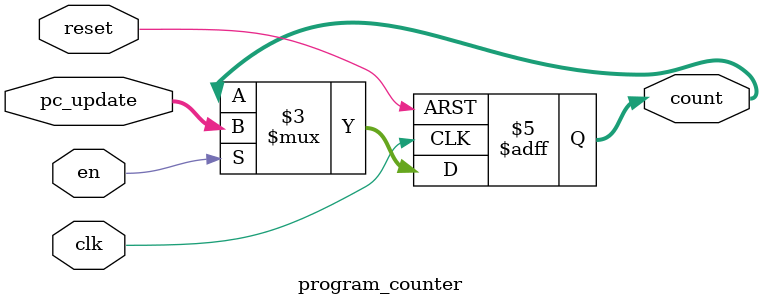
<source format=v>
module program_counter(
input clk,
input reset,
input en,
input [31:0] pc_update,
output reg [31:0] count
);


//PC register
always@(posedge clk, negedge reset)
if (!reset) //active low reset
  count <= 0;
else if (en)
  count <= pc_update;


endmodule

////Test bench
//module tb_counter;
//// Variables Declaration
//reg clk;
//reg reset;
//wire [31:0] count;
//
//// DUT instantiation
//program_counter counter_inst(
//.clk(clk),
//.reset(reset),
//.count(count)
//);
////---------------------------------------------------
//
//// Clock Generation
//initial
//begin
//
//clk = 0;
//forever
//#5 clk= ~clk;
//
//end
//
////Main simulation
//initial
//begin
//
//reset = 1;
//repeat(5) @(posedge clk);
//  reset <= #1 0;
//@(posedge clk)
//  reset <= #1 1;
//
//repeat(5) @(posedge clk);
//  reset <= #1 0;
//
//@(posedge clk)
//  reset <= #1 1;
//
//repeat(5) @(posedge clk);
//
//$stop;
//end
//endmodule




</source>
